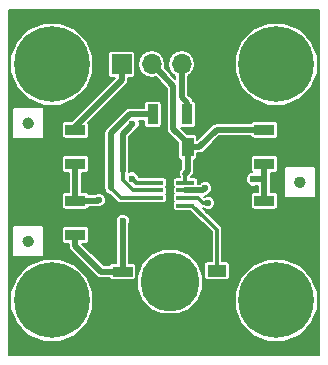
<source format=gbr>
G04 #@! TF.FileFunction,Copper,L1,Top,Signal*
%FSLAX46Y46*%
G04 Gerber Fmt 4.6, Leading zero omitted, Abs format (unit mm)*
G04 Created by KiCad (PCBNEW 4.0.7-e2-6376~58~ubuntu16.04.1) date Tue Sep 19 17:51:42 2017*
%MOMM*%
%LPD*%
G01*
G04 APERTURE LIST*
%ADD10C,0.100000*%
%ADD11C,0.500000*%
%ADD12R,1.500000X0.300000*%
%ADD13C,6.400000*%
%ADD14O,1.700000X1.700000*%
%ADD15R,1.700000X1.700000*%
%ADD16R,1.700000X0.900000*%
%ADD17R,0.900000X1.700000*%
%ADD18R,1.000000X1.600000*%
%ADD19R,1.600000X1.000000*%
%ADD20C,5.000000*%
%ADD21C,0.600000*%
%ADD22C,0.300000*%
%ADD23C,0.200000*%
G04 APERTURE END LIST*
D10*
D11*
X2250000Y20000000D02*
G75*
G03X2250000Y20000000I-250000J0D01*
G01*
X2250000Y10000000D02*
G75*
G03X2250000Y10000000I-250000J0D01*
G01*
X25250000Y15000000D02*
G75*
G03X25250000Y15000000I-250000J0D01*
G01*
D12*
X15310655Y14974719D03*
X12690655Y14974719D03*
X15310655Y14324719D03*
X12690655Y14324719D03*
X15310655Y13674719D03*
X12690655Y13674719D03*
X15310655Y13024719D03*
X12690655Y13024719D03*
D13*
X4000000Y5000000D03*
X23000000Y5000000D03*
X4000000Y25000000D03*
D14*
X17540000Y25000000D03*
X15000000Y25000000D03*
X12460000Y25000000D03*
D15*
X9920000Y25000000D03*
D16*
X6000000Y16550000D03*
X6000000Y19450000D03*
X6000000Y10550000D03*
X6000000Y13450000D03*
X10000000Y4550000D03*
X10000000Y7450000D03*
D17*
X15450000Y20750000D03*
X12550000Y20750000D03*
D16*
X22000000Y16550000D03*
X22000000Y19450000D03*
X22000000Y10550000D03*
X22000000Y13450000D03*
D13*
X23000000Y25000000D03*
D18*
X12500000Y18000000D03*
X15500000Y18000000D03*
D19*
X18000000Y4500000D03*
X18000000Y7500000D03*
D20*
X13998518Y6550061D03*
D21*
X10000000Y6000000D03*
X18000000Y6000000D03*
X20250000Y10250000D03*
X12500000Y12000000D03*
X11250000Y18750000D03*
X10830616Y19919941D03*
X8000000Y13500000D03*
X17000000Y14499992D03*
X10000000Y11750000D03*
X17250000Y13250000D03*
X10800580Y15325796D03*
X21000000Y15250000D03*
D22*
X10000000Y4550000D02*
X10000000Y6000000D01*
X18000000Y4500000D02*
X18000000Y6000000D01*
X22000000Y10550000D02*
X20550000Y10550000D01*
X20550000Y10550000D02*
X20250000Y10250000D01*
X12690655Y13024719D02*
X12690655Y12190655D01*
X12690655Y12190655D02*
X12500000Y12000000D01*
X12500000Y19000000D02*
X11500000Y19000000D01*
X11500000Y19000000D02*
X11250000Y18750000D01*
X18000000Y4500000D02*
X16900000Y4500000D01*
X16900000Y4500000D02*
X16149999Y3749999D01*
X16149999Y3749999D02*
X11950001Y3749999D01*
X11950001Y3749999D02*
X11150000Y4550000D01*
X11150000Y4550000D02*
X10000000Y4550000D01*
X22000000Y10550000D02*
X22000000Y9569998D01*
X18000000Y5569998D02*
X18000000Y5300000D01*
X22000000Y9569998D02*
X18000000Y5569998D01*
X18000000Y5300000D02*
X18000000Y4500000D01*
X13890656Y15000000D02*
X13890656Y13174720D01*
X13890656Y13174720D02*
X13740655Y13024719D01*
D11*
X13890656Y16309344D02*
X13890656Y15000000D01*
D22*
X13740655Y13024719D02*
X12690655Y13024719D01*
X13740655Y13024719D02*
X13880654Y13164718D01*
X13880654Y13164718D02*
X13890656Y13164718D01*
X13740655Y13024719D02*
X13750657Y13024719D01*
D11*
X12500000Y19000000D02*
X12500000Y17700000D01*
X12500000Y17700000D02*
X13890656Y16309344D01*
X15450000Y21750000D02*
X15450000Y20750000D01*
X10000000Y16000000D02*
X10000000Y19089325D01*
X10000000Y19089325D02*
X10530617Y19619942D01*
X10530617Y19619942D02*
X10830616Y19919941D01*
D22*
X12690655Y14324719D02*
X10882403Y14324719D01*
X10882403Y14324719D02*
X10000000Y15207122D01*
X10000000Y15207122D02*
X10000000Y16000000D01*
D11*
X15000000Y25000000D02*
X15000000Y22200000D01*
X15000000Y22200000D02*
X15450000Y21750000D01*
X22000000Y19450000D02*
X19250000Y19450000D01*
X15500000Y18000000D02*
X16500000Y18000000D01*
X16500000Y18000000D02*
X17950000Y19450000D01*
X17950000Y19450000D02*
X19250000Y19450000D01*
X15500000Y15939345D02*
X15500000Y18000000D01*
X14299989Y20500011D02*
X14299989Y19500011D01*
X14299989Y19500011D02*
X15500000Y18300000D01*
X15500000Y18300000D02*
X15500000Y18000000D01*
X13309999Y24150001D02*
X12460000Y25000000D01*
X14299989Y23160011D02*
X13309999Y24150001D01*
X14299989Y20500011D02*
X14299989Y23160011D01*
D22*
X15310655Y14974719D02*
X15310655Y15750000D01*
D11*
X15500000Y15939345D02*
X15310655Y15750000D01*
X9920000Y25000000D02*
X9920000Y23650000D01*
X9920000Y23650000D02*
X6000000Y19730000D01*
X6000000Y19730000D02*
X6000000Y19450000D01*
X7950000Y13450000D02*
X8000000Y13500000D01*
X6000000Y13450000D02*
X7950000Y13450000D01*
X16824727Y14324719D02*
X17000000Y14499992D01*
X15310655Y14324719D02*
X16824727Y14324719D01*
X6000000Y16550000D02*
X6000000Y13450000D01*
X10000000Y7450000D02*
X10000000Y11750000D01*
D22*
X17250000Y13250000D02*
X16785374Y13250000D01*
X16785374Y13250000D02*
X16360655Y13674719D01*
X16360655Y13674719D02*
X15310655Y13674719D01*
D11*
X6000000Y10550000D02*
X6000000Y9600000D01*
X6000000Y9600000D02*
X8150000Y7450000D01*
X8150000Y7450000D02*
X8650000Y7450000D01*
X8650000Y7450000D02*
X10000000Y7450000D01*
X10100000Y20250000D02*
X9000000Y19150000D01*
X10600000Y20750000D02*
X12550000Y20750000D01*
X10100000Y20250000D02*
X10600000Y20750000D01*
D22*
X9000000Y14500000D02*
X9825281Y13674719D01*
X9825281Y13674719D02*
X12690655Y13674719D01*
D11*
X9000000Y19150000D02*
X9000000Y14500000D01*
D22*
X11100579Y15025797D02*
X10800580Y15325796D01*
X12690655Y14974719D02*
X11151657Y14974719D01*
X11151657Y14974719D02*
X11100579Y15025797D01*
D11*
X22000000Y15250000D02*
X22000000Y13450000D01*
X22000000Y16550000D02*
X22000000Y15250000D01*
X22000000Y15250000D02*
X21000000Y15250000D01*
D22*
X17000000Y12000000D02*
X18000000Y11000000D01*
X18000000Y11000000D02*
X18000000Y7500000D01*
X16935374Y12000000D02*
X17000000Y12000000D01*
X15310655Y13024719D02*
X15910655Y13024719D01*
X15910655Y13024719D02*
X16935374Y12000000D01*
D23*
G36*
X26625000Y375000D02*
X375000Y375000D01*
X375000Y4306861D01*
X499394Y4306861D01*
X1031114Y3019999D01*
X2014821Y2034575D01*
X3300753Y1500609D01*
X4693139Y1499394D01*
X5980001Y2031114D01*
X6965425Y3014821D01*
X7499391Y4300753D01*
X7500606Y5693139D01*
X7375653Y5995550D01*
X11198033Y5995550D01*
X11623410Y4966061D01*
X12410375Y4177721D01*
X13439120Y3750548D01*
X14553029Y3749576D01*
X15582518Y4174953D01*
X15714656Y4306861D01*
X19499394Y4306861D01*
X20031114Y3019999D01*
X21014821Y2034575D01*
X22300753Y1500609D01*
X23693139Y1499394D01*
X24980001Y2031114D01*
X25965425Y3014821D01*
X26499391Y4300753D01*
X26500606Y5693139D01*
X25968886Y6980001D01*
X24985179Y7965425D01*
X23699247Y8499391D01*
X22306861Y8500606D01*
X21019999Y7968886D01*
X20034575Y6985179D01*
X19500609Y5699247D01*
X19499394Y4306861D01*
X15714656Y4306861D01*
X16370858Y4961918D01*
X16798031Y5990663D01*
X16799003Y7104572D01*
X16373626Y8134061D01*
X15586661Y8922401D01*
X14557916Y9349574D01*
X13444007Y9350546D01*
X12414518Y8925169D01*
X11626178Y8138204D01*
X11199005Y7109459D01*
X11198033Y5995550D01*
X7375653Y5995550D01*
X6968886Y6980001D01*
X5985179Y7965425D01*
X4699247Y8499391D01*
X3306861Y8500606D01*
X2019999Y7968886D01*
X1034575Y6985179D01*
X500609Y5699247D01*
X499394Y4306861D01*
X375000Y4306861D01*
X375000Y11250000D01*
X650000Y11250000D01*
X650000Y8750000D01*
X656839Y8713654D01*
X678319Y8680273D01*
X711094Y8657879D01*
X750000Y8650000D01*
X3250000Y8650000D01*
X3286346Y8656839D01*
X3319727Y8678319D01*
X3342121Y8711094D01*
X3350000Y8750000D01*
X3350000Y11000000D01*
X4844123Y11000000D01*
X4844123Y10100000D01*
X4865042Y9988827D01*
X4930745Y9886721D01*
X5030997Y9818222D01*
X5150000Y9794123D01*
X5450000Y9794123D01*
X5450000Y9600000D01*
X5491866Y9389524D01*
X5611091Y9211091D01*
X7761091Y7061091D01*
X7939524Y6941866D01*
X8150000Y6900000D01*
X8862940Y6900000D01*
X8865042Y6888827D01*
X8930745Y6786721D01*
X9030997Y6718222D01*
X9150000Y6694123D01*
X10850000Y6694123D01*
X10961173Y6715042D01*
X11063279Y6780745D01*
X11131778Y6880997D01*
X11155877Y7000000D01*
X11155877Y7900000D01*
X11134958Y8011173D01*
X11069255Y8113279D01*
X10969003Y8181778D01*
X10850000Y8205877D01*
X10550000Y8205877D01*
X10550000Y11509966D01*
X10599896Y11630129D01*
X10600104Y11868824D01*
X10508952Y12089429D01*
X10340317Y12258359D01*
X10119871Y12349896D01*
X9881176Y12350104D01*
X9660571Y12258952D01*
X9491641Y12090317D01*
X9400104Y11869871D01*
X9399896Y11631176D01*
X9450000Y11509915D01*
X9450000Y8205877D01*
X9150000Y8205877D01*
X9038827Y8184958D01*
X8936721Y8119255D01*
X8868222Y8019003D01*
X8864374Y8000000D01*
X8377818Y8000000D01*
X6583695Y9794123D01*
X6850000Y9794123D01*
X6961173Y9815042D01*
X7063279Y9880745D01*
X7131778Y9980997D01*
X7155877Y10100000D01*
X7155877Y11000000D01*
X7134958Y11111173D01*
X7069255Y11213279D01*
X6969003Y11281778D01*
X6850000Y11305877D01*
X5150000Y11305877D01*
X5038827Y11284958D01*
X4936721Y11219255D01*
X4868222Y11119003D01*
X4844123Y11000000D01*
X3350000Y11000000D01*
X3350000Y11250000D01*
X3343161Y11286346D01*
X3321681Y11319727D01*
X3288906Y11342121D01*
X3250000Y11350000D01*
X750000Y11350000D01*
X713654Y11343161D01*
X680273Y11321681D01*
X657879Y11288906D01*
X650000Y11250000D01*
X375000Y11250000D01*
X375000Y17000000D01*
X4844123Y17000000D01*
X4844123Y16100000D01*
X4865042Y15988827D01*
X4930745Y15886721D01*
X5030997Y15818222D01*
X5150000Y15794123D01*
X5450000Y15794123D01*
X5450000Y14205877D01*
X5150000Y14205877D01*
X5038827Y14184958D01*
X4936721Y14119255D01*
X4868222Y14019003D01*
X4844123Y13900000D01*
X4844123Y13000000D01*
X4865042Y12888827D01*
X4930745Y12786721D01*
X5030997Y12718222D01*
X5150000Y12694123D01*
X6850000Y12694123D01*
X6961173Y12715042D01*
X7063279Y12780745D01*
X7131778Y12880997D01*
X7135626Y12900000D01*
X7950000Y12900000D01*
X7950216Y12900043D01*
X8118824Y12899896D01*
X8339429Y12991048D01*
X8508359Y13159683D01*
X8599896Y13380129D01*
X8600104Y13618824D01*
X8508952Y13839429D01*
X8340317Y14008359D01*
X8119871Y14099896D01*
X7881176Y14100104D01*
X7660571Y14008952D01*
X7651603Y14000000D01*
X7137060Y14000000D01*
X7134958Y14011173D01*
X7069255Y14113279D01*
X6969003Y14181778D01*
X6850000Y14205877D01*
X6550000Y14205877D01*
X6550000Y15794123D01*
X6850000Y15794123D01*
X6961173Y15815042D01*
X7063279Y15880745D01*
X7131778Y15980997D01*
X7155877Y16100000D01*
X7155877Y17000000D01*
X7134958Y17111173D01*
X7069255Y17213279D01*
X6969003Y17281778D01*
X6850000Y17305877D01*
X5150000Y17305877D01*
X5038827Y17284958D01*
X4936721Y17219255D01*
X4868222Y17119003D01*
X4844123Y17000000D01*
X375000Y17000000D01*
X375000Y21250000D01*
X650000Y21250000D01*
X650000Y18750000D01*
X656839Y18713654D01*
X678319Y18680273D01*
X711094Y18657879D01*
X750000Y18650000D01*
X3250000Y18650000D01*
X3286346Y18656839D01*
X3319727Y18678319D01*
X3342121Y18711094D01*
X3350000Y18750000D01*
X3350000Y19900000D01*
X4844123Y19900000D01*
X4844123Y19000000D01*
X4865042Y18888827D01*
X4930745Y18786721D01*
X5030997Y18718222D01*
X5150000Y18694123D01*
X6850000Y18694123D01*
X6961173Y18715042D01*
X7063279Y18780745D01*
X7131778Y18880997D01*
X7155877Y19000000D01*
X7155877Y19150000D01*
X8450000Y19150000D01*
X8450000Y14500000D01*
X8491866Y14289524D01*
X8611091Y14111091D01*
X8789524Y13991866D01*
X8892152Y13971452D01*
X9507083Y13356521D01*
X9653074Y13258972D01*
X9825281Y13224719D01*
X11911634Y13224719D01*
X11940655Y13218842D01*
X13440655Y13218842D01*
X13551828Y13239761D01*
X13653934Y13305464D01*
X13722433Y13405716D01*
X13746532Y13524719D01*
X13746532Y13824719D01*
X13725613Y13935892D01*
X13684362Y13999998D01*
X13722433Y14055716D01*
X13746532Y14174719D01*
X13746532Y14474719D01*
X13725613Y14585892D01*
X13684362Y14649998D01*
X13722433Y14705716D01*
X13746532Y14824719D01*
X13746532Y15124719D01*
X13725613Y15235892D01*
X13659910Y15337998D01*
X13559658Y15406497D01*
X13440655Y15430596D01*
X11940655Y15430596D01*
X11909422Y15424719D01*
X11400667Y15424719D01*
X11400684Y15444620D01*
X11309532Y15665225D01*
X11140897Y15834155D01*
X10920451Y15925692D01*
X10681756Y15925900D01*
X10522142Y15859949D01*
X10550000Y16000000D01*
X10550000Y18861507D01*
X11049796Y19361303D01*
X11170045Y19410989D01*
X11338975Y19579624D01*
X11430512Y19800070D01*
X11430720Y20038765D01*
X11364099Y20200000D01*
X11794123Y20200000D01*
X11794123Y19900000D01*
X11815042Y19788827D01*
X11880745Y19686721D01*
X11980997Y19618222D01*
X12100000Y19594123D01*
X13000000Y19594123D01*
X13111173Y19615042D01*
X13213279Y19680745D01*
X13281778Y19780997D01*
X13305877Y19900000D01*
X13305877Y21600000D01*
X13284958Y21711173D01*
X13219255Y21813279D01*
X13119003Y21881778D01*
X13000000Y21905877D01*
X12100000Y21905877D01*
X11988827Y21884958D01*
X11886721Y21819255D01*
X11818222Y21719003D01*
X11794123Y21600000D01*
X11794123Y21300000D01*
X10600005Y21300000D01*
X10600000Y21300001D01*
X10389524Y21258134D01*
X10211091Y21138909D01*
X8611091Y19538909D01*
X8491866Y19360476D01*
X8450000Y19150000D01*
X7155877Y19150000D01*
X7155877Y19900000D01*
X7134958Y20011173D01*
X7105214Y20057396D01*
X10308909Y23261091D01*
X10428134Y23439524D01*
X10470000Y23650000D01*
X10470000Y23844123D01*
X10770000Y23844123D01*
X10881173Y23865042D01*
X10983279Y23930745D01*
X11051778Y24030997D01*
X11075877Y24150000D01*
X11075877Y25022530D01*
X11310000Y25022530D01*
X11310000Y24977470D01*
X11397539Y24537384D01*
X11646827Y24164297D01*
X12019914Y23915009D01*
X12460000Y23827470D01*
X12789225Y23892957D01*
X13749989Y22932193D01*
X13749989Y19500011D01*
X13791855Y19289535D01*
X13911080Y19111102D01*
X14694123Y18328059D01*
X14694123Y17200000D01*
X14715042Y17088827D01*
X14780745Y16986721D01*
X14880997Y16918222D01*
X14950000Y16904248D01*
X14950000Y16167163D01*
X14921746Y16138909D01*
X14802521Y15960476D01*
X14760655Y15750000D01*
X14802521Y15539524D01*
X14860655Y15452520D01*
X14860655Y15430596D01*
X14560655Y15430596D01*
X14449482Y15409677D01*
X14347376Y15343974D01*
X14278877Y15243722D01*
X14254778Y15124719D01*
X14254778Y14824719D01*
X14275697Y14713546D01*
X14316948Y14649440D01*
X14278877Y14593722D01*
X14254778Y14474719D01*
X14254778Y14174719D01*
X14275697Y14063546D01*
X14316948Y13999440D01*
X14278877Y13943722D01*
X14254778Y13824719D01*
X14254778Y13524719D01*
X14275697Y13413546D01*
X14316948Y13349440D01*
X14278877Y13293722D01*
X14254778Y13174719D01*
X14254778Y12874719D01*
X14275697Y12763546D01*
X14341400Y12661440D01*
X14441652Y12592941D01*
X14560655Y12568842D01*
X15730136Y12568842D01*
X16617176Y11681802D01*
X16763167Y11584253D01*
X16783369Y11580235D01*
X17550000Y10813604D01*
X17550000Y8305877D01*
X17200000Y8305877D01*
X17088827Y8284958D01*
X16986721Y8219255D01*
X16918222Y8119003D01*
X16894123Y8000000D01*
X16894123Y7000000D01*
X16915042Y6888827D01*
X16980745Y6786721D01*
X17080997Y6718222D01*
X17200000Y6694123D01*
X18800000Y6694123D01*
X18911173Y6715042D01*
X19013279Y6780745D01*
X19081778Y6880997D01*
X19105877Y7000000D01*
X19105877Y8000000D01*
X19084958Y8111173D01*
X19019255Y8213279D01*
X18919003Y8281778D01*
X18800000Y8305877D01*
X18450000Y8305877D01*
X18450000Y11000000D01*
X18427887Y11111173D01*
X18415747Y11172207D01*
X18318198Y11318198D01*
X17318198Y12318198D01*
X17270759Y12349896D01*
X17172208Y12415746D01*
X17152006Y12419764D01*
X16768392Y12803378D01*
X16785374Y12800000D01*
X16851426Y12800000D01*
X16909683Y12741641D01*
X17130129Y12650104D01*
X17368824Y12649896D01*
X17589429Y12741048D01*
X17758359Y12909683D01*
X17849896Y13130129D01*
X17850104Y13368824D01*
X17758952Y13589429D01*
X17590317Y13758359D01*
X17369871Y13849896D01*
X17131176Y13850104D01*
X16912161Y13759609D01*
X16885052Y13786718D01*
X17035203Y13816585D01*
X17213636Y13935810D01*
X17219180Y13941354D01*
X17339429Y13991040D01*
X17508359Y14159675D01*
X17599896Y14380121D01*
X17600104Y14618816D01*
X17508952Y14839421D01*
X17340317Y15008351D01*
X17119871Y15099888D01*
X16881176Y15100096D01*
X16660571Y15008944D01*
X16526111Y14874719D01*
X16366532Y14874719D01*
X16366532Y15124719D01*
X16365318Y15131176D01*
X20399896Y15131176D01*
X20491048Y14910571D01*
X20659683Y14741641D01*
X20880129Y14650104D01*
X21118824Y14649896D01*
X21240085Y14700000D01*
X21450000Y14700000D01*
X21450000Y14205877D01*
X21150000Y14205877D01*
X21038827Y14184958D01*
X20936721Y14119255D01*
X20868222Y14019003D01*
X20844123Y13900000D01*
X20844123Y13000000D01*
X20865042Y12888827D01*
X20930745Y12786721D01*
X21030997Y12718222D01*
X21150000Y12694123D01*
X22850000Y12694123D01*
X22961173Y12715042D01*
X23063279Y12780745D01*
X23131778Y12880997D01*
X23155877Y13000000D01*
X23155877Y13900000D01*
X23134958Y14011173D01*
X23069255Y14113279D01*
X22969003Y14181778D01*
X22850000Y14205877D01*
X22550000Y14205877D01*
X22550000Y15794123D01*
X22850000Y15794123D01*
X22961173Y15815042D01*
X23063279Y15880745D01*
X23131778Y15980997D01*
X23155877Y16100000D01*
X23155877Y16250000D01*
X23650000Y16250000D01*
X23650000Y13750000D01*
X23656839Y13713654D01*
X23678319Y13680273D01*
X23711094Y13657879D01*
X23750000Y13650000D01*
X26250000Y13650000D01*
X26286346Y13656839D01*
X26319727Y13678319D01*
X26342121Y13711094D01*
X26350000Y13750000D01*
X26350000Y16250000D01*
X26343161Y16286346D01*
X26321681Y16319727D01*
X26288906Y16342121D01*
X26250000Y16350000D01*
X23750000Y16350000D01*
X23713654Y16343161D01*
X23680273Y16321681D01*
X23657879Y16288906D01*
X23650000Y16250000D01*
X23155877Y16250000D01*
X23155877Y17000000D01*
X23134958Y17111173D01*
X23069255Y17213279D01*
X22969003Y17281778D01*
X22850000Y17305877D01*
X21150000Y17305877D01*
X21038827Y17284958D01*
X20936721Y17219255D01*
X20868222Y17119003D01*
X20844123Y17000000D01*
X20844123Y16100000D01*
X20865042Y15988827D01*
X20930745Y15886721D01*
X20984468Y15850014D01*
X20881176Y15850104D01*
X20660571Y15758952D01*
X20491641Y15590317D01*
X20400104Y15369871D01*
X20399896Y15131176D01*
X16365318Y15131176D01*
X16345613Y15235892D01*
X16279910Y15337998D01*
X16179658Y15406497D01*
X16060655Y15430596D01*
X15769069Y15430596D01*
X15888909Y15550436D01*
X16008134Y15728869D01*
X16050000Y15939345D01*
X16050000Y16903531D01*
X16111173Y16915042D01*
X16213279Y16980745D01*
X16281778Y17080997D01*
X16305877Y17200000D01*
X16305877Y17450000D01*
X16500000Y17450000D01*
X16710476Y17491866D01*
X16888909Y17611091D01*
X18177817Y18900000D01*
X20862940Y18900000D01*
X20865042Y18888827D01*
X20930745Y18786721D01*
X21030997Y18718222D01*
X21150000Y18694123D01*
X22850000Y18694123D01*
X22961173Y18715042D01*
X23063279Y18780745D01*
X23131778Y18880997D01*
X23155877Y19000000D01*
X23155877Y19900000D01*
X23134958Y20011173D01*
X23069255Y20113279D01*
X22969003Y20181778D01*
X22850000Y20205877D01*
X21150000Y20205877D01*
X21038827Y20184958D01*
X20936721Y20119255D01*
X20868222Y20019003D01*
X20864374Y20000000D01*
X17950005Y20000000D01*
X17950000Y20000001D01*
X17739524Y19958134D01*
X17561091Y19838909D01*
X17561089Y19838906D01*
X16305877Y18583695D01*
X16305877Y18800000D01*
X16284958Y18911173D01*
X16219255Y19013279D01*
X16119003Y19081778D01*
X16000000Y19105877D01*
X15471941Y19105877D01*
X14979555Y19598263D01*
X15000000Y19594123D01*
X15900000Y19594123D01*
X16011173Y19615042D01*
X16113279Y19680745D01*
X16181778Y19780997D01*
X16205877Y19900000D01*
X16205877Y21600000D01*
X16184958Y21711173D01*
X16119255Y21813279D01*
X16019003Y21881778D01*
X15971890Y21891319D01*
X15958134Y21960476D01*
X15838909Y22138909D01*
X15550000Y22427818D01*
X15550000Y23988451D01*
X15813173Y24164297D01*
X15908430Y24306861D01*
X19499394Y24306861D01*
X20031114Y23019999D01*
X21014821Y22034575D01*
X22300753Y21500609D01*
X23693139Y21499394D01*
X24980001Y22031114D01*
X25965425Y23014821D01*
X26499391Y24300753D01*
X26500606Y25693139D01*
X25968886Y26980001D01*
X24985179Y27965425D01*
X23699247Y28499391D01*
X22306861Y28500606D01*
X21019999Y27968886D01*
X20034575Y26985179D01*
X19500609Y25699247D01*
X19499394Y24306861D01*
X15908430Y24306861D01*
X16062461Y24537384D01*
X16150000Y24977470D01*
X16150000Y25022530D01*
X16062461Y25462616D01*
X15813173Y25835703D01*
X15440086Y26084991D01*
X15000000Y26172530D01*
X14559914Y26084991D01*
X14186827Y25835703D01*
X13937539Y25462616D01*
X13850000Y25022530D01*
X13850000Y24977470D01*
X13937539Y24537384D01*
X14186827Y24164297D01*
X14450000Y23988451D01*
X14450000Y23787818D01*
X13551989Y24685829D01*
X13610000Y24977470D01*
X13610000Y25022530D01*
X13522461Y25462616D01*
X13273173Y25835703D01*
X12900086Y26084991D01*
X12460000Y26172530D01*
X12019914Y26084991D01*
X11646827Y25835703D01*
X11397539Y25462616D01*
X11310000Y25022530D01*
X11075877Y25022530D01*
X11075877Y25850000D01*
X11054958Y25961173D01*
X10989255Y26063279D01*
X10889003Y26131778D01*
X10770000Y26155877D01*
X9070000Y26155877D01*
X8958827Y26134958D01*
X8856721Y26069255D01*
X8788222Y25969003D01*
X8764123Y25850000D01*
X8764123Y24150000D01*
X8785042Y24038827D01*
X8850745Y23936721D01*
X8950997Y23868222D01*
X9070000Y23844123D01*
X9336305Y23844123D01*
X5698059Y20205877D01*
X5150000Y20205877D01*
X5038827Y20184958D01*
X4936721Y20119255D01*
X4868222Y20019003D01*
X4844123Y19900000D01*
X3350000Y19900000D01*
X3350000Y21250000D01*
X3343161Y21286346D01*
X3321681Y21319727D01*
X3288906Y21342121D01*
X3250000Y21350000D01*
X750000Y21350000D01*
X713654Y21343161D01*
X680273Y21321681D01*
X657879Y21288906D01*
X650000Y21250000D01*
X375000Y21250000D01*
X375000Y24306861D01*
X499394Y24306861D01*
X1031114Y23019999D01*
X2014821Y22034575D01*
X3300753Y21500609D01*
X4693139Y21499394D01*
X5980001Y22031114D01*
X6965425Y23014821D01*
X7499391Y24300753D01*
X7500606Y25693139D01*
X6968886Y26980001D01*
X5985179Y27965425D01*
X4699247Y28499391D01*
X3306861Y28500606D01*
X2019999Y27968886D01*
X1034575Y26985179D01*
X500609Y25699247D01*
X499394Y24306861D01*
X375000Y24306861D01*
X375000Y29625000D01*
X26625000Y29625000D01*
X26625000Y375000D01*
X26625000Y375000D01*
G37*
X26625000Y375000D02*
X375000Y375000D01*
X375000Y4306861D01*
X499394Y4306861D01*
X1031114Y3019999D01*
X2014821Y2034575D01*
X3300753Y1500609D01*
X4693139Y1499394D01*
X5980001Y2031114D01*
X6965425Y3014821D01*
X7499391Y4300753D01*
X7500606Y5693139D01*
X7375653Y5995550D01*
X11198033Y5995550D01*
X11623410Y4966061D01*
X12410375Y4177721D01*
X13439120Y3750548D01*
X14553029Y3749576D01*
X15582518Y4174953D01*
X15714656Y4306861D01*
X19499394Y4306861D01*
X20031114Y3019999D01*
X21014821Y2034575D01*
X22300753Y1500609D01*
X23693139Y1499394D01*
X24980001Y2031114D01*
X25965425Y3014821D01*
X26499391Y4300753D01*
X26500606Y5693139D01*
X25968886Y6980001D01*
X24985179Y7965425D01*
X23699247Y8499391D01*
X22306861Y8500606D01*
X21019999Y7968886D01*
X20034575Y6985179D01*
X19500609Y5699247D01*
X19499394Y4306861D01*
X15714656Y4306861D01*
X16370858Y4961918D01*
X16798031Y5990663D01*
X16799003Y7104572D01*
X16373626Y8134061D01*
X15586661Y8922401D01*
X14557916Y9349574D01*
X13444007Y9350546D01*
X12414518Y8925169D01*
X11626178Y8138204D01*
X11199005Y7109459D01*
X11198033Y5995550D01*
X7375653Y5995550D01*
X6968886Y6980001D01*
X5985179Y7965425D01*
X4699247Y8499391D01*
X3306861Y8500606D01*
X2019999Y7968886D01*
X1034575Y6985179D01*
X500609Y5699247D01*
X499394Y4306861D01*
X375000Y4306861D01*
X375000Y11250000D01*
X650000Y11250000D01*
X650000Y8750000D01*
X656839Y8713654D01*
X678319Y8680273D01*
X711094Y8657879D01*
X750000Y8650000D01*
X3250000Y8650000D01*
X3286346Y8656839D01*
X3319727Y8678319D01*
X3342121Y8711094D01*
X3350000Y8750000D01*
X3350000Y11000000D01*
X4844123Y11000000D01*
X4844123Y10100000D01*
X4865042Y9988827D01*
X4930745Y9886721D01*
X5030997Y9818222D01*
X5150000Y9794123D01*
X5450000Y9794123D01*
X5450000Y9600000D01*
X5491866Y9389524D01*
X5611091Y9211091D01*
X7761091Y7061091D01*
X7939524Y6941866D01*
X8150000Y6900000D01*
X8862940Y6900000D01*
X8865042Y6888827D01*
X8930745Y6786721D01*
X9030997Y6718222D01*
X9150000Y6694123D01*
X10850000Y6694123D01*
X10961173Y6715042D01*
X11063279Y6780745D01*
X11131778Y6880997D01*
X11155877Y7000000D01*
X11155877Y7900000D01*
X11134958Y8011173D01*
X11069255Y8113279D01*
X10969003Y8181778D01*
X10850000Y8205877D01*
X10550000Y8205877D01*
X10550000Y11509966D01*
X10599896Y11630129D01*
X10600104Y11868824D01*
X10508952Y12089429D01*
X10340317Y12258359D01*
X10119871Y12349896D01*
X9881176Y12350104D01*
X9660571Y12258952D01*
X9491641Y12090317D01*
X9400104Y11869871D01*
X9399896Y11631176D01*
X9450000Y11509915D01*
X9450000Y8205877D01*
X9150000Y8205877D01*
X9038827Y8184958D01*
X8936721Y8119255D01*
X8868222Y8019003D01*
X8864374Y8000000D01*
X8377818Y8000000D01*
X6583695Y9794123D01*
X6850000Y9794123D01*
X6961173Y9815042D01*
X7063279Y9880745D01*
X7131778Y9980997D01*
X7155877Y10100000D01*
X7155877Y11000000D01*
X7134958Y11111173D01*
X7069255Y11213279D01*
X6969003Y11281778D01*
X6850000Y11305877D01*
X5150000Y11305877D01*
X5038827Y11284958D01*
X4936721Y11219255D01*
X4868222Y11119003D01*
X4844123Y11000000D01*
X3350000Y11000000D01*
X3350000Y11250000D01*
X3343161Y11286346D01*
X3321681Y11319727D01*
X3288906Y11342121D01*
X3250000Y11350000D01*
X750000Y11350000D01*
X713654Y11343161D01*
X680273Y11321681D01*
X657879Y11288906D01*
X650000Y11250000D01*
X375000Y11250000D01*
X375000Y17000000D01*
X4844123Y17000000D01*
X4844123Y16100000D01*
X4865042Y15988827D01*
X4930745Y15886721D01*
X5030997Y15818222D01*
X5150000Y15794123D01*
X5450000Y15794123D01*
X5450000Y14205877D01*
X5150000Y14205877D01*
X5038827Y14184958D01*
X4936721Y14119255D01*
X4868222Y14019003D01*
X4844123Y13900000D01*
X4844123Y13000000D01*
X4865042Y12888827D01*
X4930745Y12786721D01*
X5030997Y12718222D01*
X5150000Y12694123D01*
X6850000Y12694123D01*
X6961173Y12715042D01*
X7063279Y12780745D01*
X7131778Y12880997D01*
X7135626Y12900000D01*
X7950000Y12900000D01*
X7950216Y12900043D01*
X8118824Y12899896D01*
X8339429Y12991048D01*
X8508359Y13159683D01*
X8599896Y13380129D01*
X8600104Y13618824D01*
X8508952Y13839429D01*
X8340317Y14008359D01*
X8119871Y14099896D01*
X7881176Y14100104D01*
X7660571Y14008952D01*
X7651603Y14000000D01*
X7137060Y14000000D01*
X7134958Y14011173D01*
X7069255Y14113279D01*
X6969003Y14181778D01*
X6850000Y14205877D01*
X6550000Y14205877D01*
X6550000Y15794123D01*
X6850000Y15794123D01*
X6961173Y15815042D01*
X7063279Y15880745D01*
X7131778Y15980997D01*
X7155877Y16100000D01*
X7155877Y17000000D01*
X7134958Y17111173D01*
X7069255Y17213279D01*
X6969003Y17281778D01*
X6850000Y17305877D01*
X5150000Y17305877D01*
X5038827Y17284958D01*
X4936721Y17219255D01*
X4868222Y17119003D01*
X4844123Y17000000D01*
X375000Y17000000D01*
X375000Y21250000D01*
X650000Y21250000D01*
X650000Y18750000D01*
X656839Y18713654D01*
X678319Y18680273D01*
X711094Y18657879D01*
X750000Y18650000D01*
X3250000Y18650000D01*
X3286346Y18656839D01*
X3319727Y18678319D01*
X3342121Y18711094D01*
X3350000Y18750000D01*
X3350000Y19900000D01*
X4844123Y19900000D01*
X4844123Y19000000D01*
X4865042Y18888827D01*
X4930745Y18786721D01*
X5030997Y18718222D01*
X5150000Y18694123D01*
X6850000Y18694123D01*
X6961173Y18715042D01*
X7063279Y18780745D01*
X7131778Y18880997D01*
X7155877Y19000000D01*
X7155877Y19150000D01*
X8450000Y19150000D01*
X8450000Y14500000D01*
X8491866Y14289524D01*
X8611091Y14111091D01*
X8789524Y13991866D01*
X8892152Y13971452D01*
X9507083Y13356521D01*
X9653074Y13258972D01*
X9825281Y13224719D01*
X11911634Y13224719D01*
X11940655Y13218842D01*
X13440655Y13218842D01*
X13551828Y13239761D01*
X13653934Y13305464D01*
X13722433Y13405716D01*
X13746532Y13524719D01*
X13746532Y13824719D01*
X13725613Y13935892D01*
X13684362Y13999998D01*
X13722433Y14055716D01*
X13746532Y14174719D01*
X13746532Y14474719D01*
X13725613Y14585892D01*
X13684362Y14649998D01*
X13722433Y14705716D01*
X13746532Y14824719D01*
X13746532Y15124719D01*
X13725613Y15235892D01*
X13659910Y15337998D01*
X13559658Y15406497D01*
X13440655Y15430596D01*
X11940655Y15430596D01*
X11909422Y15424719D01*
X11400667Y15424719D01*
X11400684Y15444620D01*
X11309532Y15665225D01*
X11140897Y15834155D01*
X10920451Y15925692D01*
X10681756Y15925900D01*
X10522142Y15859949D01*
X10550000Y16000000D01*
X10550000Y18861507D01*
X11049796Y19361303D01*
X11170045Y19410989D01*
X11338975Y19579624D01*
X11430512Y19800070D01*
X11430720Y20038765D01*
X11364099Y20200000D01*
X11794123Y20200000D01*
X11794123Y19900000D01*
X11815042Y19788827D01*
X11880745Y19686721D01*
X11980997Y19618222D01*
X12100000Y19594123D01*
X13000000Y19594123D01*
X13111173Y19615042D01*
X13213279Y19680745D01*
X13281778Y19780997D01*
X13305877Y19900000D01*
X13305877Y21600000D01*
X13284958Y21711173D01*
X13219255Y21813279D01*
X13119003Y21881778D01*
X13000000Y21905877D01*
X12100000Y21905877D01*
X11988827Y21884958D01*
X11886721Y21819255D01*
X11818222Y21719003D01*
X11794123Y21600000D01*
X11794123Y21300000D01*
X10600005Y21300000D01*
X10600000Y21300001D01*
X10389524Y21258134D01*
X10211091Y21138909D01*
X8611091Y19538909D01*
X8491866Y19360476D01*
X8450000Y19150000D01*
X7155877Y19150000D01*
X7155877Y19900000D01*
X7134958Y20011173D01*
X7105214Y20057396D01*
X10308909Y23261091D01*
X10428134Y23439524D01*
X10470000Y23650000D01*
X10470000Y23844123D01*
X10770000Y23844123D01*
X10881173Y23865042D01*
X10983279Y23930745D01*
X11051778Y24030997D01*
X11075877Y24150000D01*
X11075877Y25022530D01*
X11310000Y25022530D01*
X11310000Y24977470D01*
X11397539Y24537384D01*
X11646827Y24164297D01*
X12019914Y23915009D01*
X12460000Y23827470D01*
X12789225Y23892957D01*
X13749989Y22932193D01*
X13749989Y19500011D01*
X13791855Y19289535D01*
X13911080Y19111102D01*
X14694123Y18328059D01*
X14694123Y17200000D01*
X14715042Y17088827D01*
X14780745Y16986721D01*
X14880997Y16918222D01*
X14950000Y16904248D01*
X14950000Y16167163D01*
X14921746Y16138909D01*
X14802521Y15960476D01*
X14760655Y15750000D01*
X14802521Y15539524D01*
X14860655Y15452520D01*
X14860655Y15430596D01*
X14560655Y15430596D01*
X14449482Y15409677D01*
X14347376Y15343974D01*
X14278877Y15243722D01*
X14254778Y15124719D01*
X14254778Y14824719D01*
X14275697Y14713546D01*
X14316948Y14649440D01*
X14278877Y14593722D01*
X14254778Y14474719D01*
X14254778Y14174719D01*
X14275697Y14063546D01*
X14316948Y13999440D01*
X14278877Y13943722D01*
X14254778Y13824719D01*
X14254778Y13524719D01*
X14275697Y13413546D01*
X14316948Y13349440D01*
X14278877Y13293722D01*
X14254778Y13174719D01*
X14254778Y12874719D01*
X14275697Y12763546D01*
X14341400Y12661440D01*
X14441652Y12592941D01*
X14560655Y12568842D01*
X15730136Y12568842D01*
X16617176Y11681802D01*
X16763167Y11584253D01*
X16783369Y11580235D01*
X17550000Y10813604D01*
X17550000Y8305877D01*
X17200000Y8305877D01*
X17088827Y8284958D01*
X16986721Y8219255D01*
X16918222Y8119003D01*
X16894123Y8000000D01*
X16894123Y7000000D01*
X16915042Y6888827D01*
X16980745Y6786721D01*
X17080997Y6718222D01*
X17200000Y6694123D01*
X18800000Y6694123D01*
X18911173Y6715042D01*
X19013279Y6780745D01*
X19081778Y6880997D01*
X19105877Y7000000D01*
X19105877Y8000000D01*
X19084958Y8111173D01*
X19019255Y8213279D01*
X18919003Y8281778D01*
X18800000Y8305877D01*
X18450000Y8305877D01*
X18450000Y11000000D01*
X18427887Y11111173D01*
X18415747Y11172207D01*
X18318198Y11318198D01*
X17318198Y12318198D01*
X17270759Y12349896D01*
X17172208Y12415746D01*
X17152006Y12419764D01*
X16768392Y12803378D01*
X16785374Y12800000D01*
X16851426Y12800000D01*
X16909683Y12741641D01*
X17130129Y12650104D01*
X17368824Y12649896D01*
X17589429Y12741048D01*
X17758359Y12909683D01*
X17849896Y13130129D01*
X17850104Y13368824D01*
X17758952Y13589429D01*
X17590317Y13758359D01*
X17369871Y13849896D01*
X17131176Y13850104D01*
X16912161Y13759609D01*
X16885052Y13786718D01*
X17035203Y13816585D01*
X17213636Y13935810D01*
X17219180Y13941354D01*
X17339429Y13991040D01*
X17508359Y14159675D01*
X17599896Y14380121D01*
X17600104Y14618816D01*
X17508952Y14839421D01*
X17340317Y15008351D01*
X17119871Y15099888D01*
X16881176Y15100096D01*
X16660571Y15008944D01*
X16526111Y14874719D01*
X16366532Y14874719D01*
X16366532Y15124719D01*
X16365318Y15131176D01*
X20399896Y15131176D01*
X20491048Y14910571D01*
X20659683Y14741641D01*
X20880129Y14650104D01*
X21118824Y14649896D01*
X21240085Y14700000D01*
X21450000Y14700000D01*
X21450000Y14205877D01*
X21150000Y14205877D01*
X21038827Y14184958D01*
X20936721Y14119255D01*
X20868222Y14019003D01*
X20844123Y13900000D01*
X20844123Y13000000D01*
X20865042Y12888827D01*
X20930745Y12786721D01*
X21030997Y12718222D01*
X21150000Y12694123D01*
X22850000Y12694123D01*
X22961173Y12715042D01*
X23063279Y12780745D01*
X23131778Y12880997D01*
X23155877Y13000000D01*
X23155877Y13900000D01*
X23134958Y14011173D01*
X23069255Y14113279D01*
X22969003Y14181778D01*
X22850000Y14205877D01*
X22550000Y14205877D01*
X22550000Y15794123D01*
X22850000Y15794123D01*
X22961173Y15815042D01*
X23063279Y15880745D01*
X23131778Y15980997D01*
X23155877Y16100000D01*
X23155877Y16250000D01*
X23650000Y16250000D01*
X23650000Y13750000D01*
X23656839Y13713654D01*
X23678319Y13680273D01*
X23711094Y13657879D01*
X23750000Y13650000D01*
X26250000Y13650000D01*
X26286346Y13656839D01*
X26319727Y13678319D01*
X26342121Y13711094D01*
X26350000Y13750000D01*
X26350000Y16250000D01*
X26343161Y16286346D01*
X26321681Y16319727D01*
X26288906Y16342121D01*
X26250000Y16350000D01*
X23750000Y16350000D01*
X23713654Y16343161D01*
X23680273Y16321681D01*
X23657879Y16288906D01*
X23650000Y16250000D01*
X23155877Y16250000D01*
X23155877Y17000000D01*
X23134958Y17111173D01*
X23069255Y17213279D01*
X22969003Y17281778D01*
X22850000Y17305877D01*
X21150000Y17305877D01*
X21038827Y17284958D01*
X20936721Y17219255D01*
X20868222Y17119003D01*
X20844123Y17000000D01*
X20844123Y16100000D01*
X20865042Y15988827D01*
X20930745Y15886721D01*
X20984468Y15850014D01*
X20881176Y15850104D01*
X20660571Y15758952D01*
X20491641Y15590317D01*
X20400104Y15369871D01*
X20399896Y15131176D01*
X16365318Y15131176D01*
X16345613Y15235892D01*
X16279910Y15337998D01*
X16179658Y15406497D01*
X16060655Y15430596D01*
X15769069Y15430596D01*
X15888909Y15550436D01*
X16008134Y15728869D01*
X16050000Y15939345D01*
X16050000Y16903531D01*
X16111173Y16915042D01*
X16213279Y16980745D01*
X16281778Y17080997D01*
X16305877Y17200000D01*
X16305877Y17450000D01*
X16500000Y17450000D01*
X16710476Y17491866D01*
X16888909Y17611091D01*
X18177817Y18900000D01*
X20862940Y18900000D01*
X20865042Y18888827D01*
X20930745Y18786721D01*
X21030997Y18718222D01*
X21150000Y18694123D01*
X22850000Y18694123D01*
X22961173Y18715042D01*
X23063279Y18780745D01*
X23131778Y18880997D01*
X23155877Y19000000D01*
X23155877Y19900000D01*
X23134958Y20011173D01*
X23069255Y20113279D01*
X22969003Y20181778D01*
X22850000Y20205877D01*
X21150000Y20205877D01*
X21038827Y20184958D01*
X20936721Y20119255D01*
X20868222Y20019003D01*
X20864374Y20000000D01*
X17950005Y20000000D01*
X17950000Y20000001D01*
X17739524Y19958134D01*
X17561091Y19838909D01*
X17561089Y19838906D01*
X16305877Y18583695D01*
X16305877Y18800000D01*
X16284958Y18911173D01*
X16219255Y19013279D01*
X16119003Y19081778D01*
X16000000Y19105877D01*
X15471941Y19105877D01*
X14979555Y19598263D01*
X15000000Y19594123D01*
X15900000Y19594123D01*
X16011173Y19615042D01*
X16113279Y19680745D01*
X16181778Y19780997D01*
X16205877Y19900000D01*
X16205877Y21600000D01*
X16184958Y21711173D01*
X16119255Y21813279D01*
X16019003Y21881778D01*
X15971890Y21891319D01*
X15958134Y21960476D01*
X15838909Y22138909D01*
X15550000Y22427818D01*
X15550000Y23988451D01*
X15813173Y24164297D01*
X15908430Y24306861D01*
X19499394Y24306861D01*
X20031114Y23019999D01*
X21014821Y22034575D01*
X22300753Y21500609D01*
X23693139Y21499394D01*
X24980001Y22031114D01*
X25965425Y23014821D01*
X26499391Y24300753D01*
X26500606Y25693139D01*
X25968886Y26980001D01*
X24985179Y27965425D01*
X23699247Y28499391D01*
X22306861Y28500606D01*
X21019999Y27968886D01*
X20034575Y26985179D01*
X19500609Y25699247D01*
X19499394Y24306861D01*
X15908430Y24306861D01*
X16062461Y24537384D01*
X16150000Y24977470D01*
X16150000Y25022530D01*
X16062461Y25462616D01*
X15813173Y25835703D01*
X15440086Y26084991D01*
X15000000Y26172530D01*
X14559914Y26084991D01*
X14186827Y25835703D01*
X13937539Y25462616D01*
X13850000Y25022530D01*
X13850000Y24977470D01*
X13937539Y24537384D01*
X14186827Y24164297D01*
X14450000Y23988451D01*
X14450000Y23787818D01*
X13551989Y24685829D01*
X13610000Y24977470D01*
X13610000Y25022530D01*
X13522461Y25462616D01*
X13273173Y25835703D01*
X12900086Y26084991D01*
X12460000Y26172530D01*
X12019914Y26084991D01*
X11646827Y25835703D01*
X11397539Y25462616D01*
X11310000Y25022530D01*
X11075877Y25022530D01*
X11075877Y25850000D01*
X11054958Y25961173D01*
X10989255Y26063279D01*
X10889003Y26131778D01*
X10770000Y26155877D01*
X9070000Y26155877D01*
X8958827Y26134958D01*
X8856721Y26069255D01*
X8788222Y25969003D01*
X8764123Y25850000D01*
X8764123Y24150000D01*
X8785042Y24038827D01*
X8850745Y23936721D01*
X8950997Y23868222D01*
X9070000Y23844123D01*
X9336305Y23844123D01*
X5698059Y20205877D01*
X5150000Y20205877D01*
X5038827Y20184958D01*
X4936721Y20119255D01*
X4868222Y20019003D01*
X4844123Y19900000D01*
X3350000Y19900000D01*
X3350000Y21250000D01*
X3343161Y21286346D01*
X3321681Y21319727D01*
X3288906Y21342121D01*
X3250000Y21350000D01*
X750000Y21350000D01*
X713654Y21343161D01*
X680273Y21321681D01*
X657879Y21288906D01*
X650000Y21250000D01*
X375000Y21250000D01*
X375000Y24306861D01*
X499394Y24306861D01*
X1031114Y23019999D01*
X2014821Y22034575D01*
X3300753Y21500609D01*
X4693139Y21499394D01*
X5980001Y22031114D01*
X6965425Y23014821D01*
X7499391Y24300753D01*
X7500606Y25693139D01*
X6968886Y26980001D01*
X5985179Y27965425D01*
X4699247Y28499391D01*
X3306861Y28500606D01*
X2019999Y27968886D01*
X1034575Y26985179D01*
X500609Y25699247D01*
X499394Y24306861D01*
X375000Y24306861D01*
X375000Y29625000D01*
X26625000Y29625000D01*
X26625000Y375000D01*
M02*

</source>
